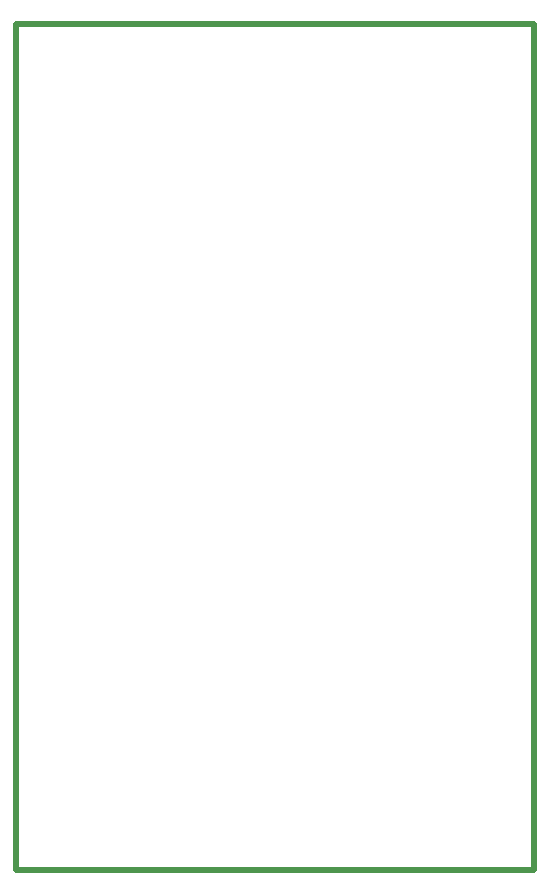
<source format=gko>
G04*
G04 #@! TF.GenerationSoftware,Altium Limited,Altium Designer,21.9.2 (33)*
G04*
G04 Layer_Color=16711935*
%FSTAX25Y25*%
%MOIN*%
G70*
G04*
G04 #@! TF.SameCoordinates,0F4E3B0E-42B1-4E8D-80DC-DAFE1E1038FA*
G04*
G04*
G04 #@! TF.FilePolarity,Positive*
G04*
G01*
G75*
%ADD81C,0.02000*%
D81*
X03365Y03815D02*
X03365Y00995D01*
X03365Y03815D02*
X0509D01*
X03365Y00995D02*
X0509D01*
Y0142D02*
Y03815D01*
Y00995D02*
Y0142D01*
M02*

</source>
